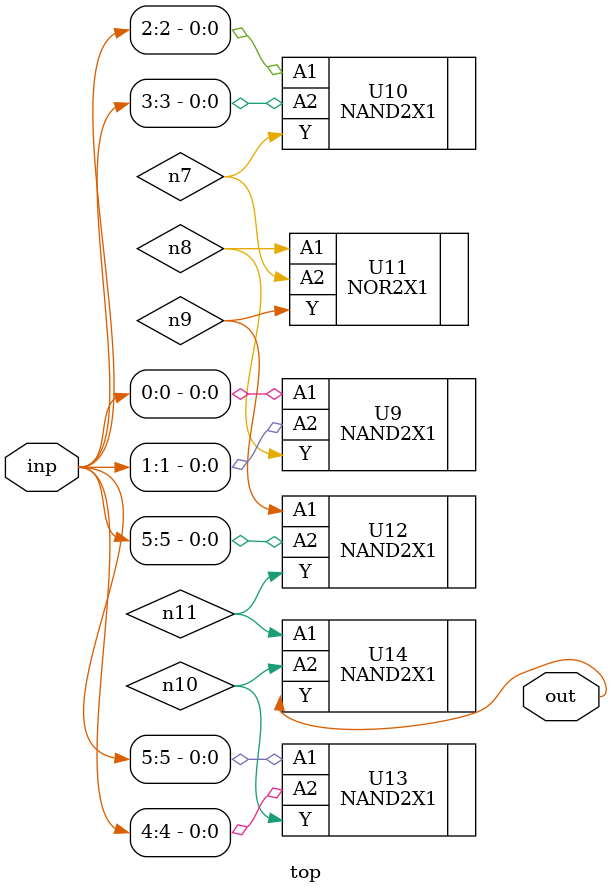
<source format=sv>


module top ( inp, out );
  input [5:0] inp;
  output out;
  wire   n7, n8, n9, n10, n11;

  NAND2X1 U9 ( .A1(inp[0]), .A2(inp[1]), .Y(n8) );
  NAND2X1 U10 ( .A1(inp[2]), .A2(inp[3]), .Y(n7) );
  NOR2X1 U11 ( .A1(n8), .A2(n7), .Y(n9) );
  NAND2X1 U12 ( .A1(n9), .A2(inp[5]), .Y(n11) );
  NAND2X1 U13 ( .A1(inp[5]), .A2(inp[4]), .Y(n10) );
  NAND2X1 U14 ( .A1(n11), .A2(n10), .Y(out) );
endmodule


</source>
